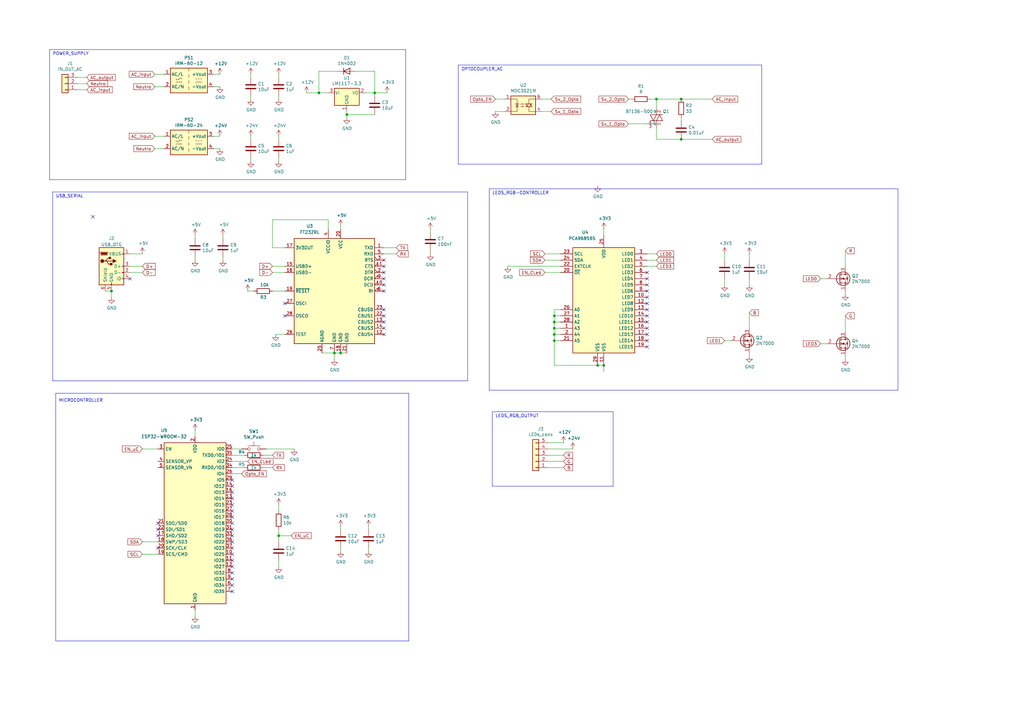
<source format=kicad_sch>
(kicad_sch (version 20230121) (generator eeschema)
  (paper "A3")
  (title_block (title "Led Controller") (rev "MbFredys"))
  (lib_symbols
    (symbol "Connector:USB_OTG" (pin_names (offset 1.016))
      (property "Reference" "J" (at -5.08 11.43 0))
      (property "Value" "USB_OTG" (at -5.08 8.89 0))
      (symbol "USB_OTG_1_1"
        (pin passive line (at 7.62 5.08 180) (length 2.54) (name "VBUS") (number "1"))
        (pin bidirectional line (at 7.62 -2.54 180) (length 2.54) (name "D-") (number "2"))
        (pin bidirectional line (at 7.62 0 180) (length 2.54) (name "D+") (number "3"))
        (pin passive line (at 7.62 -5.08 180) (length 2.54) (name "ID") (number "4"))
        (pin passive line (at 0 -10.16 90) (length 2.54) (name "GND") (number "5"))
        (pin passive line (at -2.54 -10.16 90) (length 2.54) (name "Shield") (number "6"))
      )
    )
    (symbol "Connector_Generic:Conn_01x03" (pin_names (offset 1.016) hide)
      (property "Reference" "J" (at 0 5.08 0))
      (property "Value" "Conn_01x03" (at 0 -5.08 0))
      (symbol "Conn_01x03_1_1"
        (pin passive line (at -5.08 2.54 0) (length 3.81) (name "Pin_1") (number "1"))
        (pin passive line (at -5.08 0 0) (length 3.81) (name "Pin_2") (number "2"))
        (pin passive line (at -5.08 -2.54 0) (length 3.81) (name "Pin_3") (number "3"))
      )
    )
    (symbol "Connector_Generic:Conn_01x05" (pin_names (offset 1.016) hide)
      (property "Reference" "J" (at 0 7.62 0))
      (property "Value" "Conn_01x05" (at 0 -7.62 0))
      (symbol "Conn_01x05_1_1"
        (pin passive line (at -5.08 5.08 0) (length 3.81) (name "Pin_1") (number "1"))
        (pin passive line (at -5.08 2.54 0) (length 3.81) (name "Pin_2") (number "2"))
        (pin passive line (at -5.08 0 0) (length 3.81) (name "Pin_3") (number "3"))
        (pin passive line (at -5.08 -2.54 0) (length 3.81) (name "Pin_4") (number "4"))
        (pin passive line (at -5.08 -5.08 0) (length 3.81) (name "Pin_5") (number "5"))
      )
    )
    (symbol "Converter_ACDC:IRM-60-12"
      (property "Reference" "PS" (at 0 7.62 0))
      (property "Value" "IRM-60-12" (at 0 -7.62 0))
      (symbol "IRM-60-12_1_1"
        (pin power_in line (at -10.16 2.54 0) (length 2.54) (name "AC/L") (number "1"))
        (pin power_in line (at -10.16 -2.54 0) (length 2.54) (name "AC/N") (number "2"))
        (pin power_out line (at 10.16 2.54 180) (length 2.54) (name "+Vout") (number "3"))
        (pin power_out line (at 10.16 -2.54 180) (length 2.54) (name "-Vout") (number "4"))
      )
    )
    (symbol "Converter_ACDC:IRM-60-24"
      (property "Reference" "PS" (at 0 7.62 0))
      (property "Value" "IRM-60-24" (at 0 -7.62 0))
      (symbol "IRM-60-24_1_1"
        (pin power_in line (at -10.16 2.54 0) (length 2.54) (name "AC/L") (number "1"))
        (pin power_in line (at -10.16 -2.54 0) (length 2.54) (name "AC/N") (number "2"))
        (pin power_out line (at 10.16 2.54 180) (length 2.54) (name "+Vout") (number "3"))
        (pin power_out line (at 10.16 -2.54 180) (length 2.54) (name "-Vout") (number "4"))
      )
    )
    (symbol "Device:C" (pin_numbers hide) (pin_names (offset 0.254))
      (property "Reference" "C" (at 0.635 2.54 0))
      (property "Value" "C" (at 0.635 -2.54 0))
      (symbol "C_1_1"
        (pin passive line (at 0 3.81 270) (length 2.794) (name "~") (number "1"))
        (pin passive line (at 0 -3.81 90) (length 2.794) (name "~") (number "2"))
      )
    )
    (symbol "Device:R" (pin_numbers hide) (pin_names (offset 0))
      (property "Reference" "R" (at 2.032 0 90))
      (property "Value" "R" (at 0 0 90))
      (symbol "R_1_1"
        (pin passive line (at 0 3.81 270) (length 1.27) (name "~") (number "1"))
        (pin passive line (at 0 -3.81 90) (length 1.27) (name "~") (number "2"))
      )
    )
    (symbol "Diode:1N4002" (pin_numbers hide) (pin_names hide)
      (property "Reference" "D" (at 0 2.54 0))
      (property "Value" "1N4002" (at 0 -2.54 0))
      (symbol "1N4002_1_1"
        (pin passive line (at -3.81 0 0) (length 2.54) (name "K") (number "1"))
        (pin passive line (at 3.81 0 180) (length 2.54) (name "A") (number "2"))
      )
    )
    (symbol "Driver_LED:PCA9685BS"
      (property "Reference" "U" (at -12.7 22.225 0))
      (property "Value" "PCA9685BS" (at 1.27 22.225 0))
      (symbol "PCA9685BS_1_1"
        (pin input line (at -17.78 -12.7 0) (length 5.08) (name "A3") (number "1"))
        (pin output line (at 17.78 0 180) (length 5.08) (name "LED7") (number "10"))
        (pin power_in line (at 0 -27.94 90) (length 5.08) (name "VSS") (number "11"))
        (pin output line (at 17.78 -2.54 180) (length 5.08) (name "LED8") (number "12"))
        (pin output line (at 17.78 -5.08 180) (length 5.08) (name "LED9") (number "13"))
        (pin output line (at 17.78 -7.62 180) (length 5.08) (name "LED10") (number "14"))
        (pin output line (at 17.78 -10.16 180) (length 5.08) (name "LED11") (number "15"))
        (pin output line (at 17.78 -12.7 180) (length 5.08) (name "LED12") (number "16"))
        (pin output line (at 17.78 -15.24 180) (length 5.08) (name "LED13") (number "17"))
        (pin output line (at 17.78 -17.78 180) (length 5.08) (name "LED14") (number "18"))
        (pin output line (at 17.78 -20.32 180) (length 5.08) (name "LED15") (number "19"))
        (pin input line (at -17.78 -15.24 0) (length 5.08) (name "A4") (number "2"))
        (pin input line (at -17.78 10.16 0) (length 5.08) (name "~{OE}") (number "20"))
        (pin input line (at -17.78 -17.78 0) (length 5.08) (name "A5") (number "21"))
        (pin input line (at -17.78 12.7 0) (length 5.08) (name "EXTCLK") (number "22"))
        (pin input line (at -17.78 17.78 0) (length 5.08) (name "SCL") (number "23"))
        (pin bidirectional line (at -17.78 15.24 0) (length 5.08) (name "SDA") (number "24"))
        (pin power_in line (at 0 25.4 270) (length 5.08) (name "VDD") (number "25"))
        (pin input line (at -17.78 -5.08 0) (length 5.08) (name "A0") (number "26"))
        (pin input line (at -17.78 -7.62 0) (length 5.08) (name "A1") (number "27"))
        (pin input line (at -17.78 -10.16 0) (length 5.08) (name "A2") (number "28"))
        (pin power_in line (at -2.54 -27.94 90) (length 5.08) (name "VSS") (number "29"))
        (pin output line (at 17.78 17.78 180) (length 5.08) (name "LED0") (number "3"))
        (pin output line (at 17.78 15.24 180) (length 5.08) (name "LED1") (number "4"))
        (pin output line (at 17.78 12.7 180) (length 5.08) (name "LED2") (number "5"))
        (pin output line (at 17.78 10.16 180) (length 5.08) (name "LED3") (number "6"))
        (pin output line (at 17.78 7.62 180) (length 5.08) (name "LED4") (number "7"))
        (pin output line (at 17.78 5.08 180) (length 5.08) (name "LED5") (number "8"))
        (pin output line (at 17.78 2.54 180) (length 5.08) (name "LED6") (number "9"))
      )
    )
    (symbol "Interface_USB:FT232RL"
      (property "Reference" "U" (at -16.51 22.86 0))
      (property "Value" "FT232RL" (at 10.16 22.86 0))
      (symbol "FT232RL_1_1"
        (pin output line (at 20.32 17.78 180) (length 3.81) (name "TXD") (number "1"))
        (pin input input_low (at 20.32 2.54 180) (length 3.81) (name "DCD") (number "10"))
        (pin input input_low (at 20.32 10.16 180) (length 3.81) (name "CTS") (number "11"))
        (pin bidirectional line (at 20.32 -17.78 180) (length 3.81) (name "CBUS4") (number "12"))
        (pin bidirectional line (at 20.32 -12.7 180) (length 3.81) (name "CBUS2") (number "13"))
        (pin bidirectional line (at 20.32 -15.24 180) (length 3.81) (name "CBUS3") (number "14"))
        (pin bidirectional line (at -20.32 10.16 0) (length 3.81) (name "USBD+") (number "15"))
        (pin bidirectional line (at -20.32 7.62 0) (length 3.81) (name "USBD-") (number "16"))
        (pin power_out line (at -20.32 17.78 0) (length 3.81) (name "3V3OUT") (number "17"))
        (pin power_in line (at 2.54 -25.4 90) (length 3.81) (name "GND") (number "18"))
        (pin input line (at -20.32 0 0) (length 3.81) (name "~{RESET}") (number "19"))
        (pin output output_low (at 20.32 7.62 180) (length 3.81) (name "DTR") (number "2"))
        (pin power_in line (at 2.54 25.4 270) (length 3.81) (name "VCC") (number "20"))
        (pin power_in line (at 5.08 -25.4 90) (length 3.81) (name "GND") (number "21"))
        (pin bidirectional line (at 20.32 -10.16 180) (length 3.81) (name "CBUS1") (number "22"))
        (pin bidirectional line (at 20.32 -7.62 180) (length 3.81) (name "CBUS0") (number "23"))
        (pin power_in line (at -5.08 -25.4 90) (length 3.81) (name "AGND") (number "25"))
        (pin input line (at -20.32 -17.78 0) (length 3.81) (name "TEST") (number "26"))
        (pin input line (at -20.32 -5.08 0) (length 3.81) (name "OSCI") (number "27"))
        (pin output line (at -20.32 -10.16 0) (length 3.81) (name "OSCO") (number "28"))
        (pin output output_low (at 20.32 12.7 180) (length 3.81) (name "RTS") (number "3"))
        (pin power_in line (at -2.54 25.4 270) (length 3.81) (name "VCCIO") (number "4"))
        (pin input line (at 20.32 15.24 180) (length 3.81) (name "RXD") (number "5"))
        (pin input input_low (at 20.32 0 180) (length 3.81) (name "RI") (number "6"))
        (pin power_in line (at 0 -25.4 90) (length 3.81) (name "GND") (number "7"))
        (pin input input_low (at 20.32 5.08 180) (length 3.81) (name "DCR") (number "9"))
      )
    )
    (symbol "RF_Module:ESP32-WROOM-32"
      (property "Reference" "U" (at -12.7 34.29 0))
      (property "Value" "ESP32-WROOM-32" (at 1.27 34.29 0))
      (symbol "ESP32-WROOM-32_1_1"
        (pin power_in line (at 0 -35.56 90) (length 2.54) (name "GND") (number "1"))
        (pin bidirectional line (at 15.24 -12.7 180) (length 2.54) (name "IO25") (number "10"))
        (pin bidirectional line (at 15.24 -15.24 180) (length 2.54) (name "IO26") (number "11"))
        (pin bidirectional line (at 15.24 -17.78 180) (length 2.54) (name "IO27") (number "12"))
        (pin bidirectional line (at 15.24 10.16 180) (length 2.54) (name "IO14") (number "13"))
        (pin bidirectional line (at 15.24 15.24 180) (length 2.54) (name "IO12") (number "14"))
        (pin passive line (at 0 -35.56 90) (length 2.54) hide (name "GND") (number "15"))
        (pin bidirectional line (at 15.24 12.7 180) (length 2.54) (name "IO13") (number "16"))
        (pin bidirectional line (at -15.24 -5.08 0) (length 2.54) (name "SHD/SD2") (number "17"))
        (pin bidirectional line (at -15.24 -7.62 0) (length 2.54) (name "SWP/SD3") (number "18"))
        (pin bidirectional line (at -15.24 -12.7 0) (length 2.54) (name "SCS/CMD") (number "19"))
        (pin power_in line (at 0 35.56 270) (length 2.54) (name "VDD") (number "2"))
        (pin bidirectional line (at -15.24 -10.16 0) (length 2.54) (name "SCK/CLK") (number "20"))
        (pin bidirectional line (at -15.24 0 0) (length 2.54) (name "SDO/SD0") (number "21"))
        (pin bidirectional line (at -15.24 -2.54 0) (length 2.54) (name "SDI/SD1") (number "22"))
        (pin bidirectional line (at 15.24 7.62 180) (length 2.54) (name "IO15") (number "23"))
        (pin bidirectional line (at 15.24 25.4 180) (length 2.54) (name "IO2") (number "24"))
        (pin bidirectional line (at 15.24 30.48 180) (length 2.54) (name "IO0") (number "25"))
        (pin bidirectional line (at 15.24 20.32 180) (length 2.54) (name "IO4") (number "26"))
        (pin bidirectional line (at 15.24 5.08 180) (length 2.54) (name "IO16") (number "27"))
        (pin bidirectional line (at 15.24 2.54 180) (length 2.54) (name "IO17") (number "28"))
        (pin bidirectional line (at 15.24 17.78 180) (length 2.54) (name "IO5") (number "29"))
        (pin input line (at -15.24 30.48 0) (length 2.54) (name "EN") (number "3"))
        (pin bidirectional line (at 15.24 0 180) (length 2.54) (name "IO18") (number "30"))
        (pin bidirectional line (at 15.24 -2.54 180) (length 2.54) (name "IO19") (number "31"))
        (pin no_connect line (at -12.7 -27.94 0) (length 2.54) hide (name "NC") (number "32"))
        (pin bidirectional line (at 15.24 -5.08 180) (length 2.54) (name "IO21") (number "33"))
        (pin bidirectional line (at 15.24 22.86 180) (length 2.54) (name "RXD0/IO3") (number "34"))
        (pin bidirectional line (at 15.24 27.94 180) (length 2.54) (name "TXD0/IO1") (number "35"))
        (pin bidirectional line (at 15.24 -7.62 180) (length 2.54) (name "IO22") (number "36"))
        (pin bidirectional line (at 15.24 -10.16 180) (length 2.54) (name "IO23") (number "37"))
        (pin passive line (at 0 -35.56 90) (length 2.54) hide (name "GND") (number "38"))
        (pin passive line (at 0 -35.56 90) (length 2.54) hide (name "GND") (number "39"))
        (pin input line (at -15.24 25.4 0) (length 2.54) (name "SENSOR_VP") (number "4"))
        (pin input line (at -15.24 22.86 0) (length 2.54) (name "SENSOR_VN") (number "5"))
        (pin input line (at 15.24 -25.4 180) (length 2.54) (name "IO34") (number "6"))
        (pin input line (at 15.24 -27.94 180) (length 2.54) (name "IO35") (number "7"))
        (pin bidirectional line (at 15.24 -20.32 180) (length 2.54) (name "IO32") (number "8"))
        (pin bidirectional line (at 15.24 -22.86 180) (length 2.54) (name "IO33") (number "9"))
      )
    )
    (symbol "Relay_SolidState:MOC3021M"
      (property "Reference" "U" (at -5.334 4.826 0))
      (property "Value" "MOC3021M" (at 0 5.08 0))
      (symbol "MOC3021M_1_1"
        (pin passive line (at -7.62 2.54 0) (length 2.54) (name "~") (number "1"))
        (pin passive line (at -7.62 -2.54 0) (length 2.54) (name "~") (number "2"))
        (pin no_connect line (at -5.08 0 0) (length 2.54) hide (name "NC") (number "3"))
        (pin passive line (at 7.62 -2.54 180) (length 2.54) (name "~") (number "4"))
        (pin no_connect line (at 5.08 0 180) (length 2.54) hide (name "NC") (number "5"))
        (pin passive line (at 7.62 2.54 180) (length 2.54) (name "~") (number "6"))
      )
    )
    (symbol "Switch:SW_Push" (pin_numbers hide) (pin_names (offset 1.016) hide)
      (property "Reference" "SW" (at 1.27 2.54 0))
      (property "Value" "SW_Push" (at 0 -1.524 0))
      (symbol "SW_Push_0_1"
        (pin passive line (at -5.08 0 0) (length 2.54) (name "1") (number "1"))
        (pin passive line (at 5.08 0 180) (length 2.54) (name "2") (number "2"))
      )
    )
    (symbol "Transistor_FET:2N7000" (pin_names hide)
      (property "Reference" "Q" (at 5.08 1.905 0))
      (property "Value" "2N7000" (at 5.08 0 0))
      (symbol "2N7000_1_1"
        (pin passive line (at 2.54 -5.08 90) (length 2.54) (name "S") (number "1"))
        (pin input line (at -5.08 0 0) (length 2.54) (name "G") (number "2"))
        (pin passive line (at 2.54 5.08 270) (length 2.54) (name "D") (number "3"))
      )
    )
    (symbol "Triac_Thyristor:BT136-500" (pin_names (offset 0))
      (property "Reference" "Q" (at 5.08 1.905 0))
      (property "Value" "BT136-500" (at 5.08 0 0))
      (symbol "BT136-500_1_1"
        (pin passive line (at 0 -3.81 90) (length 2.54) (name "A1") (number "1"))
        (pin passive line (at 0 3.81 270) (length 2.54) (name "A2") (number "2"))
        (pin input line (at -3.81 -2.54 0) (length 2.54) (name "G") (number "3"))
      )
    )
    (symbol "led-controller-rescue:+3.3V-power" (power) (pin_names (offset 0))
      (property "Value" "+3.3V-power" (at 0 3.556 0))
      (symbol "+3.3V-power_1_1"
        (pin power_in line (at 0 0 90) (length 0) hide (name "+3V3") (number "1"))
      )
    )
    (symbol "led-controller-rescue:LM1117-3.3-Regulator_Linear" (pin_names (offset 0.254))
      (property "Reference" "U" (at -3.81 3.175 0))
      (property "Value" "Regulator_Linear_LM1117-3.3" (at 0 3.175 0))
      (symbol "LM1117-3.3-Regulator_Linear_1_1"
        (pin power_in line (at 0 -7.62 90) (length 2.54) (name "GND") (number "1"))
        (pin power_out line (at 7.62 0 180) (length 2.54) (name "VO") (number "2"))
        (pin power_in line (at -7.62 0 0) (length 2.54) (name "VI") (number "3"))
      )
    )
    (symbol "power:+12V" (power) (pin_names (offset 0))
      (property "Value" "+12V" (at 0 3.556 0))
      (symbol "+12V_1_1"
        (pin power_in line (at 0 0 90) (length 0) hide (name "+12V") (number "1"))
      )
    )
    (symbol "power:+24V" (power) (pin_names (offset 0))
      (property "Value" "+24V" (at 0 3.556 0))
      (symbol "+24V_1_1"
        (pin power_in line (at 0 0 90) (length 0) hide (name "+24V") (number "1"))
      )
    )
    (symbol "power:+5V" (power) (pin_names (offset 0))
      (property "Value" "+5V" (at 0 3.556 0))
      (symbol "+5V_1_1"
        (pin power_in line (at 0 0 90) (length 0) hide (name "+5V") (number "1"))
      )
    )
    (symbol "power:GND" (power) (pin_names (offset 0))
      (property "Value" "GND" (at 0 -3.81 0))
      (symbol "GND_1_1"
        (pin power_in line (at 0 0 270) (length 0) hide (name "GND") (number "1"))
      )
    )
  )
  (junction (at 227.33 139.7))
  (junction (at 245.11 149.86))
  (junction (at 227.33 132.08))
  (junction (at 130.81 38.1))
  (junction (at 114.3 219.71))
  (junction (at 279.4 40.64))
  (junction (at 153.67 38.1))
  (junction (at 139.7 144.78))
  (junction (at 269.24 40.64))
  (junction (at 247.65 149.86))
  (junction (at 227.33 137.16))
  (junction (at 227.33 134.62))
  (junction (at 279.4 57.15))
  (junction (at 142.24 46.99))
  (junction (at 137.16 144.78))
  (junction (at 227.33 129.54))
  (junction (at 45.72 119.38))
  (no_connect (at 64.77 224.79))
  (no_connect (at 95.25 219.71))
  (no_connect (at 265.43 116.84))
  (no_connect (at 95.25 212.09))
  (no_connect (at 95.25 229.87))
  (no_connect (at 157.48 116.84))
  (no_connect (at 95.25 214.63))
  (no_connect (at 95.25 234.95))
  (no_connect (at 64.77 214.63))
  (no_connect (at 95.25 209.55))
  (no_connect (at 95.25 204.47))
  (no_connect (at 53.34 114.3))
  (no_connect (at 157.48 109.22))
  (no_connect (at 95.25 199.39))
  (no_connect (at 265.43 132.08))
  (no_connect (at 157.48 134.62))
  (no_connect (at 265.43 127))
  (no_connect (at 38.1 88.9))
  (no_connect (at 157.48 127))
  (no_connect (at 265.43 129.54))
  (no_connect (at 95.25 201.93))
  (no_connect (at 95.25 227.33))
  (no_connect (at 265.43 114.3))
  (no_connect (at 157.48 137.16))
  (no_connect (at 265.43 121.92))
  (no_connect (at 95.25 196.85))
  (no_connect (at 116.84 129.54))
  (no_connect (at 116.84 124.46))
  (no_connect (at 95.25 224.79))
  (no_connect (at 95.25 242.57))
  (no_connect (at 265.43 111.76))
  (no_connect (at 157.48 119.38))
  (no_connect (at 265.43 124.46))
  (no_connect (at 157.48 106.68))
  (no_connect (at 265.43 137.16))
  (no_connect (at 157.48 129.54))
  (no_connect (at 157.48 111.76))
  (no_connect (at 265.43 134.62))
  (no_connect (at 64.77 219.71))
  (no_connect (at 95.25 217.17))
  (no_connect (at 157.48 132.08))
  (no_connect (at 265.43 142.24))
  (no_connect (at 95.25 207.01))
  (no_connect (at 95.25 222.25))
  (no_connect (at 95.25 232.41))
  (no_connect (at 265.43 119.38))
  (no_connect (at 95.25 237.49))
  (no_connect (at 64.77 217.17))
  (no_connect (at 95.25 240.03))
  (no_connect (at 265.43 139.7))
  (no_connect (at 157.48 114.3))
  (wire (pts (xy 226.06 45.72) (xy 222.25 45.72)))
  (wire (pts (xy 227.33 127) (xy 229.87 127)))
  (wire (pts (xy 227.33 139.7) (xy 227.33 137.16)))
  (polyline (pts (xy 200.66 77.47) (xy 200.66 160.02)))
  (polyline (pts (xy 191.77 78.74) (xy 21.59 78.74)))
  (wire (pts (xy 138.43 29.21) (xy 130.81 29.21)))
  (wire (pts (xy 114.3 39.37) (xy 114.3 40.64)))
  (wire (pts (xy 346.71 129.54) (xy 346.71 135.89)))
  (wire (pts (xy 35.56 36.83) (xy 31.75 36.83)))
  (wire (pts (xy 58.42 227.33) (xy 64.77 227.33)))
  (wire (pts (xy 111.76 119.38) (xy 116.84 119.38)))
  (wire (pts (xy 157.48 104.14) (xy 162.56 104.14)))
  (wire (pts (xy 307.34 146.05) (xy 307.34 144.78)))
  (wire (pts (xy 63.5 30.48) (xy 67.31 30.48)))
  (wire (pts (xy 279.4 40.64) (xy 292.1 40.64)))
  (wire (pts (xy 35.56 34.29) (xy 31.75 34.29)))
  (wire (pts (xy 153.67 29.21) (xy 146.05 29.21)))
  (wire (pts (xy 139.7 215.9) (xy 139.7 217.17)))
  (wire (pts (xy 95.25 191.77) (xy 100.33 191.77)))
  (wire (pts (xy 142.24 45.72) (xy 142.24 46.99)))
  (wire (pts (xy 247.65 152.4) (xy 247.65 149.86)))
  (wire (pts (xy 224.79 191.77) (xy 231.14 191.77)))
  (wire (pts (xy 100.33 186.69) (xy 95.25 186.69)))
  (wire (pts (xy 111.76 191.77) (xy 107.95 191.77)))
  (wire (pts (xy 346.71 147.32) (xy 346.71 146.05)))
  (wire (pts (xy 227.33 129.54) (xy 227.33 127)))
  (wire (pts (xy 231.14 186.69) (xy 224.79 186.69)))
  (wire (pts (xy 265.43 50.8) (xy 257.81 50.8)))
  (polyline (pts (xy 21.59 78.74) (xy 21.59 156.21)))
  (wire (pts (xy 247.65 96.52) (xy 247.65 93.98)))
  (wire (pts (xy 336.55 114.3) (xy 339.09 114.3)))
  (wire (pts (xy 80.01 105.41) (xy 80.01 106.68)))
  (wire (pts (xy 114.3 64.77) (xy 114.3 66.04)))
  (wire (pts (xy 95.25 184.15) (xy 99.06 184.15)))
  (wire (pts (xy 45.72 119.38) (xy 43.18 119.38)))
  (polyline (pts (xy 251.46 168.91) (xy 201.93 168.91)))
  (polyline (pts (xy 167.64 262.89) (xy 22.86 262.89)))
  (wire (pts (xy 137.16 147.32) (xy 137.16 144.78)))
  (wire (pts (xy 346.71 102.87) (xy 346.71 109.22)))
  (wire (pts (xy 297.18 139.7) (xy 299.72 139.7)))
  (wire (pts (xy 279.4 57.15) (xy 292.1 57.15)))
  (wire (pts (xy 149.86 38.1) (xy 153.67 38.1)))
  (polyline (pts (xy 312.42 26.67) (xy 187.96 26.67)))
  (wire (pts (xy 114.3 209.55) (xy 114.3 207.01)))
  (wire (pts (xy 35.56 31.75) (xy 31.75 31.75)))
  (wire (pts (xy 87.63 55.88) (xy 90.17 55.88)))
  (wire (pts (xy 227.33 137.16) (xy 227.33 134.62)))
  (wire (pts (xy 134.62 90.17) (xy 111.76 90.17)))
  (wire (pts (xy 64.77 184.15) (xy 58.42 184.15)))
  (wire (pts (xy 266.7 40.64) (xy 269.24 40.64)))
  (wire (pts (xy 142.24 46.99) (xy 142.24 48.26)))
  (polyline (pts (xy 191.77 156.21) (xy 191.77 78.74)))
  (wire (pts (xy 229.87 134.62) (xy 227.33 134.62)))
  (wire (pts (xy 101.6 119.38) (xy 104.14 119.38)))
  (wire (pts (xy 307.34 128.27) (xy 307.34 134.62)))
  (wire (pts (xy 153.67 38.1) (xy 153.67 39.37)))
  (wire (pts (xy 269.24 40.64) (xy 279.4 40.64)))
  (wire (pts (xy 134.62 93.98) (xy 134.62 90.17)))
  (wire (pts (xy 336.55 140.97) (xy 339.09 140.97)))
  (wire (pts (xy 125.73 38.1) (xy 130.81 38.1)))
  (wire (pts (xy 297.18 104.14) (xy 297.18 106.68)))
  (polyline (pts (xy 167.64 262.89) (xy 167.64 161.29)))
  (wire (pts (xy 80.01 96.52) (xy 80.01 97.79)))
  (wire (pts (xy 279.4 48.26) (xy 279.4 49.53)))
  (wire (pts (xy 176.53 102.87) (xy 176.53 104.14)))
  (wire (pts (xy 80.01 179.07) (xy 80.01 176.53)))
  (wire (pts (xy 223.52 106.68) (xy 229.87 106.68)))
  (wire (pts (xy 269.24 52.07) (xy 269.24 57.15)))
  (wire (pts (xy 111.76 101.6) (xy 116.84 101.6)))
  (wire (pts (xy 139.7 144.78) (xy 137.16 144.78)))
  (wire (pts (xy 151.13 215.9) (xy 151.13 217.17)))
  (wire (pts (xy 99.06 194.31) (xy 95.25 194.31)))
  (wire (pts (xy 130.81 29.21) (xy 130.81 38.1)))
  (wire (pts (xy 269.24 57.15) (xy 279.4 57.15)))
  (polyline (pts (xy 20.32 20.32) (xy 166.37 20.32)))
  (wire (pts (xy 231.14 181.61) (xy 224.79 181.61)))
  (wire (pts (xy 116.84 111.76) (xy 111.76 111.76)))
  (wire (pts (xy 229.87 129.54) (xy 227.33 129.54)))
  (polyline (pts (xy 251.46 199.39) (xy 251.46 168.91)))
  (wire (pts (xy 227.33 139.7) (xy 227.33 149.86)))
  (wire (pts (xy 139.7 224.79) (xy 139.7 226.06)))
  (wire (pts (xy 114.3 222.25) (xy 114.3 219.71)))
  (polyline (pts (xy 200.66 160.02) (xy 368.3 160.02)))
  (polyline (pts (xy 20.32 20.32) (xy 20.32 73.66)))
  (wire (pts (xy 116.84 137.16) (xy 113.03 137.16)))
  (wire (pts (xy 203.2 40.64) (xy 207.01 40.64)))
  (wire (pts (xy 87.63 60.96) (xy 90.17 60.96)))
  (polyline (pts (xy 166.37 73.66) (xy 20.32 73.66)))
  (wire (pts (xy 111.76 109.22) (xy 116.84 109.22)))
  (polyline (pts (xy 187.96 67.31) (xy 312.42 67.31)))
  (wire (pts (xy 224.79 184.15) (xy 234.95 184.15)))
  (wire (pts (xy 45.72 119.38) (xy 45.72 121.92)))
  (wire (pts (xy 119.38 219.71) (xy 114.3 219.71)))
  (wire (pts (xy 114.3 30.48) (xy 114.3 31.75)))
  (wire (pts (xy 91.44 96.52) (xy 91.44 97.79)))
  (wire (pts (xy 153.67 29.21) (xy 153.67 38.1)))
  (wire (pts (xy 114.3 232.41) (xy 114.3 229.87)))
  (wire (pts (xy 102.87 55.88) (xy 102.87 57.15)))
  (wire (pts (xy 176.53 93.98) (xy 176.53 95.25)))
  (polyline (pts (xy 167.64 161.29) (xy 22.86 161.29)))
  (wire (pts (xy 162.56 101.6) (xy 157.48 101.6)))
  (wire (pts (xy 111.76 90.17) (xy 111.76 101.6)))
  (polyline (pts (xy 201.93 168.91) (xy 201.93 199.39)))
  (wire (pts (xy 269.24 40.64) (xy 269.24 44.45)))
  (wire (pts (xy 265.43 106.68) (xy 269.24 106.68)))
  (wire (pts (xy 231.14 189.23) (xy 224.79 189.23)))
  (wire (pts (xy 114.3 55.88) (xy 114.3 57.15)))
  (wire (pts (xy 245.11 149.86) (xy 247.65 149.86)))
  (wire (pts (xy 259.08 40.64) (xy 257.81 40.64)))
  (wire (pts (xy 207.01 45.72) (xy 203.2 45.72)))
  (polyline (pts (xy 21.59 156.21) (xy 191.77 156.21)))
  (wire (pts (xy 87.63 30.48) (xy 90.17 30.48)))
  (wire (pts (xy 229.87 109.22) (xy 208.28 109.22)))
  (wire (pts (xy 80.01 252.73) (xy 80.01 250.19)))
  (wire (pts (xy 307.34 106.68) (xy 307.34 104.14)))
  (polyline (pts (xy 312.42 67.31) (xy 312.42 26.67)))
  (wire (pts (xy 139.7 93.98) (xy 139.7 92.71)))
  (wire (pts (xy 227.33 149.86) (xy 245.11 149.86)))
  (wire (pts (xy 222.25 40.64) (xy 226.06 40.64)))
  (wire (pts (xy 139.7 144.78) (xy 142.24 144.78)))
  (wire (pts (xy 132.08 144.78) (xy 137.16 144.78)))
  (wire (pts (xy 107.95 186.69) (xy 111.76 186.69)))
  (polyline (pts (xy 187.96 26.67) (xy 187.96 67.31)))
  (polyline (pts (xy 368.3 77.47) (xy 200.66 77.47)))
  (wire (pts (xy 114.3 219.71) (xy 114.3 217.17)))
  (wire (pts (xy 307.34 116.84) (xy 307.34 114.3)))
  (wire (pts (xy 229.87 137.16) (xy 227.33 137.16)))
  (wire (pts (xy 346.71 120.65) (xy 346.71 119.38)))
  (wire (pts (xy 229.87 139.7) (xy 227.33 139.7)))
  (wire (pts (xy 229.87 132.08) (xy 227.33 132.08)))
  (polyline (pts (xy 22.86 161.29) (xy 22.86 262.89)))
  (polyline (pts (xy 368.3 160.02) (xy 368.3 77.47)))
  (wire (pts (xy 153.67 46.99) (xy 142.24 46.99)))
  (wire (pts (xy 227.33 134.62) (xy 227.33 132.08)))
  (wire (pts (xy 265.43 109.22) (xy 269.24 109.22)))
  (wire (pts (xy 53.34 104.14) (xy 58.42 104.14)))
  (wire (pts (xy 297.18 114.3) (xy 297.18 116.84)))
  (wire (pts (xy 120.65 184.15) (xy 109.22 184.15)))
  (wire (pts (xy 102.87 64.77) (xy 102.87 66.04)))
  (wire (pts (xy 227.33 132.08) (xy 227.33 129.54)))
  (wire (pts (xy 229.87 104.14) (xy 223.52 104.14)))
  (wire (pts (xy 158.75 38.1) (xy 153.67 38.1)))
  (wire (pts (xy 63.5 55.88) (xy 67.31 55.88)))
  (wire (pts (xy 63.5 60.96) (xy 67.31 60.96)))
  (wire (pts (xy 63.5 35.56) (xy 67.31 35.56)))
  (wire (pts (xy 102.87 39.37) (xy 102.87 40.64)))
  (wire (pts (xy 265.43 104.14) (xy 269.24 104.14)))
  (polyline (pts (xy 201.93 199.39) (xy 251.46 199.39)))
  (wire (pts (xy 58.42 109.22) (xy 53.34 109.22)))
  (wire (pts (xy 95.25 189.23) (xy 101.6 189.23)))
  (wire (pts (xy 53.34 111.76) (xy 58.42 111.76)))
  (wire (pts (xy 102.87 30.48) (xy 102.87 31.75)))
  (wire (pts (xy 90.17 35.56) (xy 87.63 35.56)))
  (wire (pts (xy 130.81 38.1) (xy 134.62 38.1)))
  (wire (pts (xy 58.42 222.25) (xy 64.77 222.25)))
  (wire (pts (xy 91.44 105.41) (xy 91.44 106.68)))
  (wire (pts (xy 223.52 111.76) (xy 229.87 111.76)))
  (wire (pts (xy 151.13 224.79) (xy 151.13 226.06)))
  (polyline (pts (xy 166.37 73.66) (xy 166.37 20.32)))
  (text "MICROCONTROLLER" (at 24.13 165.1 0) (effects (font (size 1.27 1.27)) (justify left bottom)))
  (text "LEDS_RGB_OUTPUT" (at 203.2 171.45 0) (effects (font (size 1.27 1.27)) (justify left bottom)))
  (text "POWER_SUPPLY" (at 21.59 22.86 0) (effects (font (size 1.27 1.27)) (justify left bottom)))
  (text "USB_SERIAL" (at 22.86 81.28 0) (effects (font (size 1.27 1.27)) (justify left bottom)))
  (text "LEDS_RGB-CONTROLLER" (at 201.93 80.01 0) (effects (font (size 1.27 1.27)) (justify left bottom)))
  (text "OPTOCOUPLER_AC" (at 189.23 29.21 0) (effects (font (size 1.27 1.27)) (justify left bottom)))
  (global_label "TX" (shape input) (at 111.76 186.69 0) (property "Intersheetrefs" "${INTERSHEET_REFS}" (effects hide)))
  (global_label "EN_CLed" (shape input) (at 223.52 111.76 180) (property "Intersheetrefs" "${INTERSHEET_REFS}" (effects hide)))
  (global_label "LED0" (shape input) (at 269.24 104.14 0) (property "Intersheetrefs" "${INTERSHEET_REFS}" (effects hide)))
  (global_label "AC_output" (shape input) (at 292.1 57.15 0) (property "Intersheetrefs" "${INTERSHEET_REFS}" (effects hide)))
  (global_label "D-" (shape input) (at 58.42 111.76 0) (property "Intersheetrefs" "${INTERSHEET_REFS}" (effects hide)))
  (global_label "LED1" (shape input) (at 297.18 139.7 180) (property "Intersheetrefs" "${INTERSHEET_REFS}" (effects hide)))
  (global_label "LED0" (shape input) (at 336.55 114.3 180) (property "Intersheetrefs" "${INTERSHEET_REFS}" (effects hide)))
  (global_label "Sx_2_Opto" (shape input) (at 257.81 40.64 180) (property "Intersheetrefs" "${INTERSHEET_REFS}" (effects hide)))
  (global_label "EN_uC" (shape input) (at 58.42 184.15 180) (property "Intersheetrefs" "${INTERSHEET_REFS}" (effects hide)))
  (global_label "Sx_1_Opto" (shape input) (at 257.81 50.8 180) (property "Intersheetrefs" "${INTERSHEET_REFS}" (effects hide)))
  (global_label "Neutro" (shape input) (at 63.5 60.96 180) (property "Intersheetrefs" "${INTERSHEET_REFS}" (effects hide)))
  (global_label "B" (shape input) (at 307.34 128.27 0) (property "Intersheetrefs" "${INTERSHEET_REFS}" (effects hide)))
  (global_label "D+" (shape input) (at 58.42 109.22 0) (property "Intersheetrefs" "${INTERSHEET_REFS}" (effects hide)))
  (global_label "D-" (shape input) (at 111.76 111.76 180) (property "Intersheetrefs" "${INTERSHEET_REFS}" (effects hide)))
  (global_label "SDA" (shape input) (at 223.52 106.68 180) (property "Intersheetrefs" "${INTERSHEET_REFS}" (effects hide)))
  (global_label "SCL" (shape input) (at 223.52 104.14 180) (property "Intersheetrefs" "${INTERSHEET_REFS}" (effects hide)))
  (global_label "Opto_EN" (shape input) (at 99.06 194.31 0) (property "Intersheetrefs" "${INTERSHEET_REFS}" (effects hide)))
  (global_label "TX" (shape input) (at 162.56 101.6 0) (property "Intersheetrefs" "${INTERSHEET_REFS}" (effects hide)))
  (global_label "RX" (shape input) (at 111.76 191.77 0) (property "Intersheetrefs" "${INTERSHEET_REFS}" (effects hide)))
  (global_label "AC_input" (shape input) (at 292.1 40.64 0) (property "Intersheetrefs" "${INTERSHEET_REFS}" (effects hide)))
  (global_label "AC_output" (shape input) (at 35.56 31.75 0) (property "Intersheetrefs" "${INTERSHEET_REFS}" (effects hide)))
  (global_label "D+" (shape input) (at 111.76 109.22 180) (property "Intersheetrefs" "${INTERSHEET_REFS}" (effects hide)))
  (global_label "RX" (shape input) (at 162.56 104.14 0) (property "Intersheetrefs" "${INTERSHEET_REFS}" (effects hide)))
  (global_label "LED1" (shape input) (at 269.24 106.68 0) (property "Intersheetrefs" "${INTERSHEET_REFS}" (effects hide)))
  (global_label "G" (shape input) (at 346.71 129.54 0) (property "Intersheetrefs" "${INTERSHEET_REFS}" (effects hide)))
  (global_label "EN_CLed" (shape input) (at 101.6 189.23 0) (property "Intersheetrefs" "${INTERSHEET_REFS}" (effects hide)))
  (global_label "LED3" (shape input) (at 269.24 109.22 0) (property "Intersheetrefs" "${INTERSHEET_REFS}" (effects hide)))
  (global_label "B" (shape input) (at 231.14 191.77 0) (property "Intersheetrefs" "${INTERSHEET_REFS}" (effects hide)))
  (global_label "G" (shape input) (at 231.14 189.23 0) (property "Intersheetrefs" "${INTERSHEET_REFS}" (effects hide)))
  (global_label "SDA" (shape input) (at 58.42 222.25 180) (property "Intersheetrefs" "${INTERSHEET_REFS}" (effects hide)))
  (global_label "SCL" (shape input) (at 58.42 227.33 180) (property "Intersheetrefs" "${INTERSHEET_REFS}" (effects hide)))
  (global_label "AC_input" (shape input) (at 35.56 36.83 0) (property "Intersheetrefs" "${INTERSHEET_REFS}" (effects hide)))
  (global_label "AC_input" (shape input) (at 63.5 30.48 180) (property "Intersheetrefs" "${INTERSHEET_REFS}" (effects hide)))
  (global_label "Opto_EN" (shape input) (at 203.2 40.64 180) (property "Intersheetrefs" "${INTERSHEET_REFS}" (effects hide)))
  (global_label "Neutro" (shape input) (at 35.56 34.29 0) (property "Intersheetrefs" "${INTERSHEET_REFS}" (effects hide)))
  (global_label "EN_uC" (shape input) (at 119.38 219.71 0) (property "Intersheetrefs" "${INTERSHEET_REFS}" (effects hide)))
  (global_label "Sx_1_Opto" (shape input) (at 226.06 45.72 0) (property "Intersheetrefs" "${INTERSHEET_REFS}" (effects hide)))
  (global_label "R" (shape input) (at 231.14 186.69 0) (property "Intersheetrefs" "${INTERSHEET_REFS}" (effects hide)))
  (global_label "AC_input" (shape input) (at 63.5 55.88 180) (property "Intersheetrefs" "${INTERSHEET_REFS}" (effects hide)))
  (global_label "R" (shape input) (at 346.71 102.87 0) (property "Intersheetrefs" "${INTERSHEET_REFS}" (effects hide)))
  (global_label "LED3" (shape input) (at 336.55 140.97 180) (property "Intersheetrefs" "${INTERSHEET_REFS}" (effects hide)))
  (global_label "Sx_2_Opto" (shape input) (at 226.06 40.64 0) (property "Intersheetrefs" "${INTERSHEET_REFS}" (effects hide)))
  (global_label "Neutro" (shape input) (at 63.5 35.56 180) (property "Intersheetrefs" "${INTERSHEET_REFS}" (effects hide)))
  (symbol (lib_id "RF_Module:ESP32-WROOM-32") (at 80.01 214.63 0) (unit 1)
    (property "Reference" "U5" (at 67.31 176.53 0))
    (property "Value" "ESP32-WROOM-32" (at 67.31 179.07 0))
    (property "Footprint" "RF_Module:ESP32-WROOM-32" (effects hide))
    (property "Datasheet" "https://www.espressif.com/sites/default/files/documentation/esp32-wroom-32_datasheet_en.pdf" (effects hide))
  )
  (symbol (lib_id "led-controller-rescue:LM1117-3.3-Regulator_Linear") (at 142.24 38.1 0) (unit 1)
    (property "Reference" "U1" (at 142.24 31.9532 0))
    (property "Value" "LM1117-3.3" (at 142.24 34.2646 0))
    (property "Footprint" "Package_TO_SOT_SMD:SOT-223-3_TabPin2" (effects hide))
    (property "Datasheet" "http://www.ti.com/lit/ds/symlink/lm1117.pdf" (effects hide))
  )
  (symbol (lib_id "power:+12V") (at 90.17 30.48 0) (unit 1)
    (property "Reference" "#PWR01" (effects hide))
    (property "Value" "+12V" (at 90.551 26.0858 0))
  )
  (symbol (lib_id "power:+24V") (at 90.17 55.88 0) (unit 1)
    (property "Reference" "#PWR011" (effects hide))
    (property "Value" "+24V" (at 90.551 51.4858 0))
  )
  (symbol (lib_id "Connector_Generic:Conn_01x05") (at 219.71 186.69 180) (unit 1)
    (property "Reference" "J3" (at 221.7928 175.895 0))
    (property "Value" "LEDs_conx" (at 221.7928 178.2064 0))
    (property "Footprint" "TerminalBlock_Phoenix:TerminalBlock_Phoenix_MPT-0,5-5-2.54_1x05_P2.54mm_Horizontal" (effects hide))
  )
  (symbol (lib_id "power:+12V") (at 125.73 38.1 0) (unit 1)
    (property "Reference" "#PWR05" (effects hide))
    (property "Value" "+12V" (at 126.111 33.7058 0))
  )
  (symbol (lib_id "power:GND") (at 142.24 48.26 0) (unit 1)
    (property "Reference" "#PWR010" (effects hide))
    (property "Value" "GND" (at 142.367 52.6542 0))
  )
  (symbol (lib_id "Diode:1N4002") (at 142.24 29.21 0) (unit 1)
    (property "Reference" "D1" (at 142.24 23.7236 0))
    (property "Value" "1N4002" (at 142.24 26.035 0))
    (property "Footprint" "Diode_SMD:D_PowerDI-123" (effects hide))
    (property "Datasheet" "http://www.vishay.com/docs/88503/1n4001.pdf" (effects hide))
  )
  (symbol (lib_id "led-controller-rescue:+3.3V-power") (at 158.75 38.1 0) (unit 1)
    (property "Reference" "#PWR06" (effects hide))
    (property "Value" "+3.3V" (at 159.131 33.7058 0))
  )
  (symbol (lib_id "power:+12V") (at 102.87 30.48 0) (unit 1)
    (property "Reference" "#PWR02" (effects hide))
    (property "Value" "+12V" (at 103.251 26.0858 0))
  )
  (symbol (lib_id "power:+12V") (at 114.3 30.48 0) (unit 1)
    (property "Reference" "#PWR03" (effects hide))
    (property "Value" "+12V" (at 114.681 26.0858 0))
  )
  (symbol (lib_id "Device:C") (at 102.87 35.56 0) (unit 1)
    (property "Reference" "C1" (at 105.791 34.3916 0) (effects (justify left)))
    (property "Value" "10uF" (at 105.791 36.703 0) (effects (justify left)))
    (property "Footprint" "Capacitor_SMD:CP_Elec_5x5.4" (effects hide))
  )
  (symbol (lib_id "Device:C") (at 114.3 35.56 0) (unit 1)
    (property "Reference" "C2" (at 117.221 34.3916 0) (effects (justify left)))
    (property "Value" "1uF" (at 117.221 36.703 0) (effects (justify left)))
    (property "Footprint" "Capacitor_SMD:CP_Elec_5x5.4" (effects hide))
  )
  (symbol (lib_id "power:GND") (at 102.87 40.64 0) (unit 1)
    (property "Reference" "#PWR07" (effects hide))
    (property "Value" "GND" (at 102.997 45.0342 0))
  )
  (symbol (lib_id "power:GND") (at 114.3 40.64 0) (unit 1)
    (property "Reference" "#PWR08" (effects hide))
    (property "Value" "GND" (at 114.427 45.0342 0))
  )
  (symbol (lib_id "Device:C") (at 153.67 43.18 0) (unit 1)
    (property "Reference" "C3" (at 156.591 42.0116 0) (effects (justify left)))
    (property "Value" "10uF" (at 156.591 44.323 0) (effects (justify left)))
    (property "Footprint" "Capacitor_SMD:CP_Elec_5x5.4" (effects hide))
  )
  (symbol (lib_id "Transistor_FET:2N7000") (at 304.8 139.7 0) (unit 1)
    (property "Reference" "Q3" (at 309.9816 138.5316 0) (effects (justify left)))
    (property "Value" "2N7000" (at 309.9816 140.843 0) (effects (justify left)))
    (property "Footprint" "Package_TO_SOT_SMD:SOT-89-3_Handsoldering" (effects hide))
    (property "Datasheet" "https://www.fairchildsemi.com/datasheets/2N/2N7000.pdf" (effects hide))
  )
  (symbol (lib_id "power:GND") (at 307.34 146.05 0) (unit 1)
    (property "Reference" "#PWR036" (effects hide))
    (property "Value" "GND" (at 307.467 150.4442 0))
  )
  (symbol (lib_id "Converter_ACDC:IRM-60-24") (at 77.47 58.42 0) (unit 1)
    (property "Reference" "PS2" (at 77.47 49.0982 0))
    (property "Value" "IRM-60-24" (at 77.47 51.4096 0))
    (property "Footprint" "Converter_ACDC:Converter_ACDC_MeanWell_IRM-60-xx_THT_new" (effects hide))
    (property "Datasheet" "http://www.meanwellusa.com/productPdf.aspx?i=687" (effects hide))
  )
  (symbol (lib_id "Converter_ACDC:IRM-60-12") (at 77.47 33.02 0) (unit 1)
    (property "Reference" "PS1" (at 77.47 23.6982 0))
    (property "Value" "IRM-60-12" (at 77.47 26.0096 0))
    (property "Footprint" "Converter_ACDC:Converter_ACDC_MeanWell_IRM-60-xx_THT_new" (effects hide))
    (property "Datasheet" "http://www.meanwellusa.com/productPdf.aspx?i=687" (effects hide))
  )
  (symbol (lib_id "Driver_LED:PCA9685BS") (at 247.65 121.92 0) (unit 1)
    (property "Reference" "U4" (at 240.03 95.25 0))
    (property "Value" "PCA9685BS" (at 238.76 97.79 0))
    (property "Footprint" "Package_DFN_QFN:QFN-28-1EP_6x6mm_P0.65mm_EP4.25x4.25mm" (effects hide))
    (property "Datasheet" "http://www.nxp.com/documents/data_sheet/PCA9685.pdf" (effects hide))
  )
  (symbol (lib_id "Relay_SolidState:MOC3021M") (at 214.63 43.18 0) (unit 1)
    (property "Reference" "U2" (at 214.63 34.925 0))
    (property "Value" "MOC3021M" (at 214.63 37.2364 0))
    (property "Footprint" "Package_TO_SOT_THT:DIP762W45P254L889H508Q6_NEW" (effects hide))
    (property "Datasheet" "http://www.fairchildsemi.com/ds/MO/MOC3020M.pdf" (effects hide))
  )
  (symbol (lib_id "Transistor_FET:2N7000") (at 344.17 114.3 0) (unit 1)
    (property "Reference" "Q2" (at 349.3516 113.1316 0) (effects (justify left)))
    (property "Value" "2N7000" (at 349.3516 115.443 0) (effects (justify left)))
    (property "Footprint" "Package_TO_SOT_SMD:SOT-89-3_Handsoldering" (effects hide))
    (property "Datasheet" "https://www.fairchildsemi.com/datasheets/2N/2N7000.pdf" (effects hide))
  )
  (symbol (lib_id "Device:C") (at 102.87 60.96 0) (unit 1)
    (property "Reference" "C5" (at 105.791 59.7916 0) (effects (justify left)))
    (property "Value" "10uF" (at 105.791 62.103 0) (effects (justify left)))
    (property "Footprint" "Capacitor_SMD:CP_Elec_5x5.4" (effects hide))
  )
  (symbol (lib_id "Device:C") (at 114.3 60.96 0) (unit 1)
    (property "Reference" "C6" (at 117.221 59.7916 0) (effects (justify left)))
    (property "Value" "1uF" (at 117.221 62.103 0) (effects (justify left)))
    (property "Footprint" "Capacitor_SMD:CP_Elec_5x5.4" (effects hide))
  )
  (symbol (lib_id "power:GND") (at 102.87 66.04 0) (unit 1)
    (property "Reference" "#PWR015" (effects hide))
    (property "Value" "GND" (at 102.997 70.4342 0))
  )
  (symbol (lib_id "power:GND") (at 114.3 66.04 0) (unit 1)
    (property "Reference" "#PWR016" (effects hide))
    (property "Value" "GND" (at 114.427 70.4342 0))
  )
  (symbol (lib_id "power:+24V") (at 102.87 55.88 0) (unit 1)
    (property "Reference" "#PWR012" (effects hide))
    (property "Value" "+24V" (at 103.251 51.4858 0))
  )
  (symbol (lib_id "power:+24V") (at 114.3 55.88 0) (unit 1)
    (property "Reference" "#PWR013" (effects hide))
    (property "Value" "+24V" (at 114.681 51.4858 0))
  )
  (symbol (lib_id "power:GND") (at 346.71 120.65 0) (unit 1)
    (property "Reference" "#PWR033" (effects hide))
    (property "Value" "GND" (at 346.837 125.0442 0))
  )
  (symbol (lib_id "power:GND") (at 307.34 116.84 0) (unit 1)
    (property "Reference" "#PWR031" (effects hide))
    (property "Value" "GND" (at 307.467 121.2342 0))
  )
  (symbol (lib_id "Transistor_FET:2N7000") (at 344.17 140.97 0) (unit 1)
    (property "Reference" "Q4" (at 349.3516 139.8016 0) (effects (justify left)))
    (property "Value" "2N7000" (at 349.3516 142.113 0) (effects (justify left)))
    (property "Footprint" "Package_TO_SOT_SMD:SOT-89-3_Handsoldering" (effects hide))
    (property "Datasheet" "https://www.fairchildsemi.com/datasheets/2N/2N7000.pdf" (effects hide))
  )
  (symbol (lib_id "power:GND") (at 346.71 147.32 0) (unit 1)
    (property "Reference" "#PWR038" (effects hide))
    (property "Value" "GND" (at 346.837 151.7142 0))
  )
  (symbol (lib_id "led-controller-rescue:+3.3V-power") (at 247.65 93.98 0) (unit 1)
    (property "Reference" "#PWR020" (effects hide))
    (property "Value" "+3.3V" (at 248.031 89.5858 0))
  )
  (symbol (lib_id "power:GND") (at 208.28 109.22 0) (unit 1)
    (property "Reference" "#PWR029" (effects hide))
    (property "Value" "GND" (at 208.407 113.6142 0))
  )
  (symbol (lib_id "power:GND") (at 90.17 35.56 0) (unit 1)
    (property "Reference" "#PWR04" (effects hide))
    (property "Value" "GND" (at 90.297 39.9542 0))
  )
  (symbol (lib_id "power:GND") (at 90.17 60.96 0) (unit 1)
    (property "Reference" "#PWR014" (effects hide))
    (property "Value" "GND" (at 90.297 65.3542 0))
  )
  (symbol (lib_id "Connector_Generic:Conn_01x03") (at 26.67 34.29 180) (unit 1)
    (property "Reference" "J1" (at 28.7528 26.035 0))
    (property "Value" "IN_OUT_AC" (at 28.7528 28.3464 0))
    (property "Footprint" "TerminalBlock_Phoenix:TerminalBlock_Phoenix_PT-1,5-3-5.0-H_1x03_P5.00mm_Horizontal" (effects hide))
  )
  (symbol (lib_id "Triac_Thyristor:BT136-500") (at 269.24 48.26 0) (unit 1)
    (property "Reference" "Q1" (at 271.78 45.72 0) (effects (justify left)))
    (property "Value" "BT136-500" (at 256.54 45.72 0) (effects (justify left)))
    (property "Footprint" "Package_TO_SOT_THT:TO-220-3_Vertical" (effects hide))
    (property "Datasheet" "http://www.micropik.com/PDF/BT136-600.pdf" (effects hide))
  )
  (symbol (lib_id "Device:C") (at 307.34 110.49 0) (unit 1)
    (property "Reference" "C11" (at 310.261 109.3216 0) (effects (justify left)))
    (property "Value" "10uF" (at 310.261 111.633 0) (effects (justify left)))
    (property "Footprint" "Capacitor_SMD:CP_Elec_5x5.4" (effects hide))
  )
  (symbol (lib_id "led-controller-rescue:+3.3V-power") (at 307.34 104.14 0) (unit 1)
    (property "Reference" "#PWR026" (effects hide))
    (property "Value" "+3.3V" (at 307.721 99.7458 0))
  )
  (symbol (lib_id "power:GND") (at 245.11 76.2 0) (unit 1)
    (property "Reference" "#PWR017" (effects hide))
    (property "Value" "GND" (at 245.237 80.5942 0))
  )
  (symbol (lib_id "Device:R") (at 262.89 40.64 270) (unit 1)
    (property "Reference" "R1" (at 262.89 35.3822 90))
    (property "Value" "R" (at 262.89 37.6936 90))
    (property "Footprint" "Resistor_SMD:R_0805_2012Metric_Pad1.20x1.40mm_HandSolder" (effects hide))
  )
  (symbol (lib_id "power:GND") (at 203.2 45.72 0) (unit 1)
    (property "Reference" "#PWR09" (effects hide))
    (property "Value" "GND" (at 203.327 50.1142 0))
  )
  (symbol (lib_id "power:GND") (at 80.01 252.73 0) (unit 1)
    (property "Reference" "#PWR047" (effects hide))
    (property "Value" "GND" (at 80.137 257.1242 0))
  )
  (symbol (lib_id "Device:C") (at 114.3 226.06 0) (unit 1)
    (property "Reference" "C14" (at 117.221 224.8916 0) (effects (justify left)))
    (property "Value" "1uF" (at 117.221 227.203 0) (effects (justify left)))
    (property "Footprint" "Capacitor_SMD:CP_Elec_5x5.4" (effects hide))
  )
  (symbol (lib_id "power:GND") (at 114.3 232.41 0) (unit 1)
    (property "Reference" "#PWR046" (effects hide))
    (property "Value" "GND" (at 114.427 236.8042 0))
  )
  (symbol (lib_id "Device:R") (at 114.3 213.36 180) (unit 1)
    (property "Reference" "R6" (at 116.078 212.1916 0) (effects (justify right)))
    (property "Value" "10k" (at 116.078 214.503 0) (effects (justify right)))
    (property "Footprint" "Resistor_SMD:R_1206_3216Metric_Pad1.30x1.75mm_HandSolder" (effects hide))
  )
  (symbol (lib_id "led-controller-rescue:+3.3V-power") (at 114.3 207.01 0) (unit 1)
    (property "Reference" "#PWR041" (effects hide))
    (property "Value" "+3.3V" (at 114.681 202.6158 0))
  )
  (symbol (lib_id "Device:R") (at 279.4 44.45 180) (unit 1)
    (property "Reference" "R2" (at 281.178 43.2816 0) (effects (justify right)))
    (property "Value" "33" (at 281.178 45.593 0) (effects (justify right)))
    (property "Footprint" "Resistor_SMD:R_0805_2012Metric_Pad1.20x1.40mm_HandSolder" (effects hide))
  )
  (symbol (lib_id "Device:C") (at 279.4 53.34 0) (unit 1)
    (property "Reference" "C4" (at 282.321 52.1716 0) (effects (justify left)))
    (property "Value" "0.01uF" (at 282.321 54.483 0) (effects (justify left)))
    (property "Footprint" "Capacitor_SMD:C_1210_3225Metric_Pad1.33x2.70mm_HandSolder" (effects hide))
  )
  (symbol (lib_id "Device:C") (at 139.7 220.98 0) (unit 1)
    (property "Reference" "C12" (at 142.621 219.8116 0) (effects (justify left)))
    (property "Value" "10uF" (at 142.621 222.123 0) (effects (justify left)))
    (property "Footprint" "Capacitor_SMD:CP_Elec_5x5.4" (effects hide))
  )
  (symbol (lib_id "Device:C") (at 151.13 220.98 0) (unit 1)
    (property "Reference" "C13" (at 154.051 219.8116 0) (effects (justify left)))
    (property "Value" "1uF" (at 154.051 222.123 0) (effects (justify left)))
    (property "Footprint" "Capacitor_SMD:CP_Elec_5x5.4" (effects hide))
  )
  (symbol (lib_id "power:GND") (at 139.7 226.06 0) (unit 1)
    (property "Reference" "#PWR044" (effects hide))
    (property "Value" "GND" (at 139.827 230.4542 0))
  )
  (symbol (lib_id "power:GND") (at 151.13 226.06 0) (unit 1)
    (property "Reference" "#PWR045" (effects hide))
    (property "Value" "GND" (at 151.257 230.4542 0))
  )
  (symbol (lib_id "led-controller-rescue:+3.3V-power") (at 139.7 215.9 0) (unit 1)
    (property "Reference" "#PWR042" (effects hide))
    (property "Value" "+3.3V" (at 140.081 211.5058 0))
  )
  (symbol (lib_id "led-controller-rescue:+3.3V-power") (at 151.13 215.9 0) (unit 1)
    (property "Reference" "#PWR043" (effects hide))
    (property "Value" "+3.3V" (at 151.511 211.5058 0))
  )
  (symbol (lib_id "led-controller-rescue:+3.3V-power") (at 80.01 176.53 0) (unit 1)
    (property "Reference" "#PWR039" (effects hide))
    (property "Value" "+3.3V" (at 80.391 172.1358 0))
  )
  (symbol (lib_id "Device:C") (at 297.18 110.49 0) (unit 1)
    (property "Reference" "C10" (at 300.101 109.3216 0) (effects (justify left)))
    (property "Value" "1uF" (at 300.101 111.633 0) (effects (justify left)))
    (property "Footprint" "Capacitor_SMD:CP_Elec_5x5.4" (effects hide))
  )
  (symbol (lib_id "power:GND") (at 297.18 116.84 0) (unit 1)
    (property "Reference" "#PWR030" (effects hide))
    (property "Value" "GND" (at 297.307 121.2342 0))
  )
  (symbol (lib_id "led-controller-rescue:+3.3V-power") (at 297.18 104.14 0) (unit 1)
    (property "Reference" "#PWR025" (effects hide))
    (property "Value" "+3.3V" (at 297.561 99.7458 0))
  )
  (symbol (lib_id "power:GND") (at 45.72 121.92 0) (unit 1)
    (property "Reference" "#PWR034" (effects hide))
    (property "Value" "GND" (at 45.847 126.3142 0))
  )
  (symbol (lib_id "power:+5V") (at 58.42 104.14 0) (unit 1)
    (property "Reference" "#PWR023" (effects hide))
    (property "Value" "+5V" (at 58.801 99.7458 0))
  )
  (symbol (lib_id "Device:C") (at 80.01 101.6 0) (unit 1)
    (property "Reference" "C8" (at 82.931 100.4316 0) (effects (justify left)))
    (property "Value" "10uF" (at 82.931 102.743 0) (effects (justify left)))
    (property "Footprint" "Capacitor_SMD:CP_Elec_5x5.4" (effects hide))
  )
  (symbol (lib_id "Device:C") (at 91.44 101.6 0) (unit 1)
    (property "Reference" "C9" (at 94.361 100.4316 0) (effects (justify left)))
    (property "Value" "1uF" (at 94.361 102.743 0) (effects (justify left)))
    (property "Footprint" "Capacitor_SMD:CP_Elec_5x5.4" (effects hide))
  )
  (symbol (lib_id "power:GND") (at 80.01 106.68 0) (unit 1)
    (property "Reference" "#PWR027" (effects hide))
    (property "Value" "GND" (at 80.137 111.0742 0))
  )
  (symbol (lib_id "power:GND") (at 91.44 106.68 0) (unit 1)
    (property "Reference" "#PWR028" (effects hide))
    (property "Value" "GND" (at 91.567 111.0742 0))
  )
  (symbol (lib_id "power:+5V") (at 80.01 96.52 0) (unit 1)
    (property "Reference" "#PWR021" (effects hide))
    (property "Value" "+5V" (at 80.391 92.1258 0))
  )
  (symbol (lib_id "power:+5V") (at 91.44 96.52 0) (unit 1)
    (property "Reference" "#PWR022" (effects hide))
    (property "Value" "+5V" (at 91.821 92.1258 0))
  )
  (symbol (lib_id "Interface_USB:FT232RL") (at 137.16 119.38 0) (unit 1)
    (property "Reference" "U3" (at 127 92.71 0))
    (property "Value" "FT232RL" (at 127 95.25 0))
    (property "Footprint" "Package_SO:SSOP-28_5.3x10.2mm_P0.65mm" (effects hide))
    (property "Datasheet" "https://www.ftdichip.com/Support/Documents/DataSheets/ICs/DS_FT232R.pdf" (effects hide))
  )
  (symbol (lib_id "power:GND") (at 137.16 147.32 0) (unit 1)
    (property "Reference" "#PWR037" (effects hide))
    (property "Value" "GND" (at 137.287 151.7142 0))
  )
  (symbol (lib_id "Device:R") (at 107.95 119.38 90) (unit 1)
    (property "Reference" "R3" (at 106.68 121.92 90) (effects (justify right)))
    (property "Value" "10k" (at 106.68 116.84 90) (effects (justify right)))
    (property "Footprint" "Resistor_SMD:R_1206_3216Metric_Pad1.30x1.75mm_HandSolder" (effects hide))
  )
  (symbol (lib_id "power:+5V") (at 101.6 119.38 0) (unit 1)
    (property "Reference" "#PWR032" (effects hide))
    (property "Value" "+5V" (at 101.981 114.9858 0))
  )
  (symbol (lib_id "power:+5V") (at 139.7 92.71 0) (unit 1)
    (property "Reference" "#PWR018" (effects hide))
    (property "Value" "+5V" (at 140.081 88.3158 0))
  )
  (symbol (lib_id "power:GND") (at 113.03 137.16 0) (unit 1)
    (property "Reference" "#PWR035" (effects hide))
    (property "Value" "GND" (at 113.157 141.5542 0))
  )
  (symbol (lib_id "Device:C") (at 176.53 99.06 0) (unit 1)
    (property "Reference" "C7" (at 179.451 97.8916 0) (effects (justify left)))
    (property "Value" "100nF" (at 179.451 100.203 0) (effects (justify left)))
    (property "Footprint" "Capacitor_SMD:C_1210_3225Metric_Pad1.33x2.70mm_HandSolder" (effects hide))
  )
  (symbol (lib_id "power:GND") (at 176.53 104.14 0) (unit 1)
    (property "Reference" "#PWR024" (effects hide))
    (property "Value" "GND" (at 176.657 108.5342 0))
  )
  (symbol (lib_id "power:+5V") (at 176.53 93.98 0) (unit 1)
    (property "Reference" "#PWR019" (effects hide))
    (property "Value" "+5V" (at 176.911 89.5858 0))
  )
  (symbol (lib_id "Device:R") (at 104.14 186.69 90) (unit 1)
    (property "Reference" "R4" (at 97.79 185.42 90) (effects (justify right)))
    (property "Value" "1k" (at 102.87 186.69 90) (effects (justify right)))
    (property "Footprint" "Resistor_SMD:R_1206_3216Metric_Pad1.30x1.75mm_HandSolder" (effects hide))
  )
  (symbol (lib_id "Device:R") (at 104.14 191.77 90) (unit 1)
    (property "Reference" "R5" (at 97.79 190.5 90) (effects (justify right)))
    (property "Value" "1k" (at 102.87 191.77 90) (effects (justify right)))
    (property "Footprint" "Resistor_SMD:R_1206_3216Metric_Pad1.30x1.75mm_HandSolder" (effects hide))
  )
  (symbol (lib_id "Switch:SW_Push") (at 104.14 184.15 0) (unit 1)
    (property "Reference" "SW1" (at 104.14 176.911 0))
    (property "Value" "SW_Push" (at 104.14 179.2224 0))
    (property "Footprint" "Button_Switch_SMD:SW_SPST_B3U-1000P" (effects hide))
  )
  (symbol (lib_id "power:GND") (at 120.65 184.15 0) (unit 1)
    (property "Reference" "#PWR040" (effects hide))
    (property "Value" "GND" (at 120.777 188.5442 0))
  )
  (symbol (lib_id "Connector:USB_OTG") (at 45.72 109.22 0) (unit 1)
    (property "Reference" "J2" (at 45.72 97.79 0))
    (property "Value" "USB_OTG" (at 45.72 100.33 0))
    (property "Footprint" "Connector_USB:USB_Micro-B_Molex_47346-0001" (effects hide))
    (property "Datasheet" " ~" (effects hide))
  )
  (symbol (lib_id "power:+24V") (at 234.95 184.15 0) (unit 1)
    (property "Reference" "#PWR049" (effects hide))
    (property "Value" "+24V" (at 235.331 179.7558 0))
  )
  (symbol (lib_id "power:+12V") (at 231.14 181.61 0) (unit 1)
    (property "Reference" "#PWR048" (effects hide))
    (property "Value" "+12V" (at 231.521 177.2158 0))
  )
)
</source>
